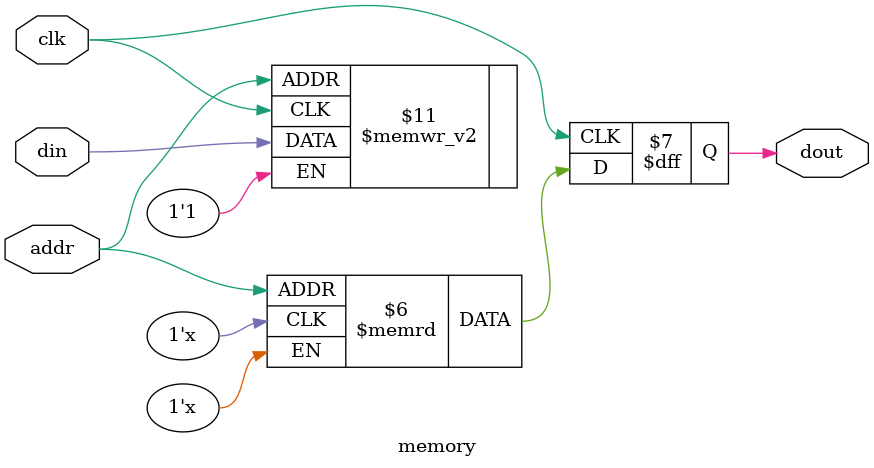
<source format=v>
module memory(clk,addr,din,dout);

parameter wordSize=1;
parameter addressSize=1;

input addr,clk;
input [wordSize-1:0] din;
output reg [wordSize-1:0] dout;
reg [wordSize-1:0] mem[0:(1<<addressSize)-1];

always @(posedge clk) begin
	mem[addr] <= din;
	dout <= mem[addr];
end
endmodule

</source>
